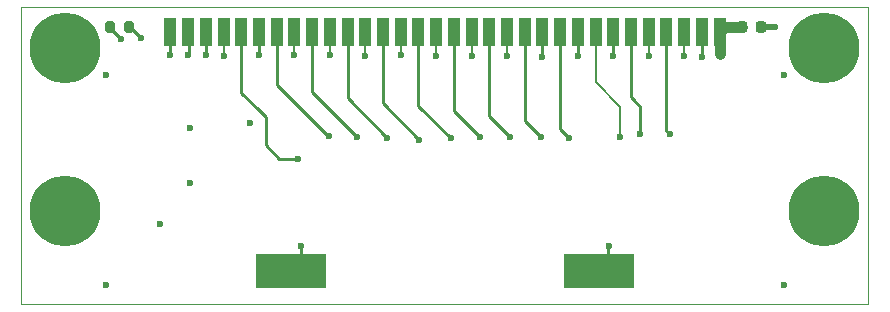
<source format=gbr>
G04 #@! TF.GenerationSoftware,KiCad,Pcbnew,8.0.4*
G04 #@! TF.CreationDate,2024-11-02T15:19:06-05:00*
G04 #@! TF.ProjectId,megaduck,6d656761-6475-4636-9b2e-6b696361645f,v1.0*
G04 #@! TF.SameCoordinates,Original*
G04 #@! TF.FileFunction,Copper,L1,Top*
G04 #@! TF.FilePolarity,Positive*
%FSLAX46Y46*%
G04 Gerber Fmt 4.6, Leading zero omitted, Abs format (unit mm)*
G04 Created by KiCad (PCBNEW 8.0.4) date 2024-11-02 15:19:06*
%MOMM*%
%LPD*%
G01*
G04 APERTURE LIST*
G04 Aperture macros list*
%AMRoundRect*
0 Rectangle with rounded corners*
0 $1 Rounding radius*
0 $2 $3 $4 $5 $6 $7 $8 $9 X,Y pos of 4 corners*
0 Add a 4 corners polygon primitive as box body*
4,1,4,$2,$3,$4,$5,$6,$7,$8,$9,$2,$3,0*
0 Add four circle primitives for the rounded corners*
1,1,$1+$1,$2,$3*
1,1,$1+$1,$4,$5*
1,1,$1+$1,$6,$7*
1,1,$1+$1,$8,$9*
0 Add four rect primitives between the rounded corners*
20,1,$1+$1,$2,$3,$4,$5,0*
20,1,$1+$1,$4,$5,$6,$7,0*
20,1,$1+$1,$6,$7,$8,$9,0*
20,1,$1+$1,$8,$9,$2,$3,0*%
G04 Aperture macros list end*
G04 #@! TA.AperFunction,ComponentPad*
%ADD10C,0.800000*%
G04 #@! TD*
G04 #@! TA.AperFunction,ComponentPad*
%ADD11C,6.000000*%
G04 #@! TD*
G04 #@! TA.AperFunction,SMDPad,CuDef*
%ADD12RoundRect,0.200000X-0.200000X-0.275000X0.200000X-0.275000X0.200000X0.275000X-0.200000X0.275000X0*%
G04 #@! TD*
G04 #@! TA.AperFunction,SMDPad,CuDef*
%ADD13RoundRect,0.225000X-0.225000X-0.250000X0.225000X-0.250000X0.225000X0.250000X-0.225000X0.250000X0*%
G04 #@! TD*
G04 #@! TA.AperFunction,SMDPad,CuDef*
%ADD14R,1.000000X2.400000*%
G04 #@! TD*
G04 #@! TA.AperFunction,SMDPad,CuDef*
%ADD15R,6.000000X3.000000*%
G04 #@! TD*
G04 #@! TA.AperFunction,ViaPad*
%ADD16C,0.600000*%
G04 #@! TD*
G04 #@! TA.AperFunction,Conductor*
%ADD17C,0.254000*%
G04 #@! TD*
G04 #@! TA.AperFunction,Conductor*
%ADD18C,0.889000*%
G04 #@! TD*
G04 #@! TA.AperFunction,Conductor*
%ADD19C,0.200000*%
G04 #@! TD*
G04 #@! TA.AperFunction,Conductor*
%ADD20C,0.508000*%
G04 #@! TD*
G04 #@! TA.AperFunction,Profile*
%ADD21C,0.050000*%
G04 #@! TD*
G04 APERTURE END LIST*
D10*
G04 #@! TO.P,H5,1,1*
G04 #@! TO.N,GND*
X177901600Y-24910000D03*
X178560610Y-23319010D03*
X178560610Y-26500990D03*
X180151600Y-22660000D03*
D11*
X180151600Y-24910000D03*
D10*
X180151600Y-27160000D03*
X181742590Y-23319010D03*
X181742590Y-26500990D03*
X182401600Y-24910000D03*
G04 #@! TD*
D12*
G04 #@! TO.P,R1,1*
G04 #@! TO.N,/VCC*
X119695200Y-23121400D03*
G04 #@! TO.P,R1,2*
G04 #@! TO.N,/~{RES}*
X121345200Y-23121400D03*
G04 #@! TD*
D13*
G04 #@! TO.P,C1,1*
G04 #@! TO.N,/VCC*
X173275200Y-23121400D03*
G04 #@! TO.P,C1,2*
G04 #@! TO.N,GND*
X174825200Y-23121400D03*
G04 #@! TD*
D10*
G04 #@! TO.P,H1,1,1*
G04 #@! TO.N,GND*
X113710000Y-24910000D03*
X114369010Y-23319010D03*
X114369010Y-26500990D03*
X115960000Y-22660000D03*
D11*
X115960000Y-24910000D03*
D10*
X115960000Y-27160000D03*
X117550990Y-23319010D03*
X117550990Y-26500990D03*
X118210000Y-24910000D03*
G04 #@! TD*
D14*
G04 #@! TO.P,J3,1,VCC*
G04 #@! TO.N,/VCC*
X171350400Y-23604000D03*
G04 #@! TO.P,J3,2,PHI*
G04 #@! TO.N,/PHI*
X169850400Y-23604000D03*
G04 #@! TO.P,J3,3,~{WR}*
G04 #@! TO.N,/~{WR}*
X168350400Y-23604000D03*
G04 #@! TO.P,J3,4,~{RD}*
G04 #@! TO.N,/~{RD}*
X166850400Y-23604000D03*
G04 #@! TO.P,J3,5,~{CS}*
G04 #@! TO.N,/~{CS}*
X165350400Y-23604000D03*
G04 #@! TO.P,J3,6,A0*
G04 #@! TO.N,/A0*
X163850400Y-23604000D03*
G04 #@! TO.P,J3,7,A1*
G04 #@! TO.N,/A1*
X162350400Y-23604000D03*
G04 #@! TO.P,J3,8,A2*
G04 #@! TO.N,/A2*
X160850400Y-23604000D03*
G04 #@! TO.P,J3,9,A3*
G04 #@! TO.N,/A3*
X159350400Y-23604000D03*
G04 #@! TO.P,J3,10,A4*
G04 #@! TO.N,/A4*
X157850400Y-23604000D03*
G04 #@! TO.P,J3,11,A5*
G04 #@! TO.N,/A5*
X156350400Y-23604000D03*
G04 #@! TO.P,J3,12,A6*
G04 #@! TO.N,/A6*
X154850400Y-23604000D03*
G04 #@! TO.P,J3,13,A7*
G04 #@! TO.N,/A7*
X153350400Y-23604000D03*
G04 #@! TO.P,J3,14,A8*
G04 #@! TO.N,/A8*
X151850400Y-23604000D03*
G04 #@! TO.P,J3,15,A9*
G04 #@! TO.N,/A9*
X150350400Y-23604000D03*
G04 #@! TO.P,J3,16,A10*
G04 #@! TO.N,/A10*
X148850400Y-23604000D03*
G04 #@! TO.P,J3,17,A11*
G04 #@! TO.N,/A11*
X147350400Y-23604000D03*
G04 #@! TO.P,J3,18,A12*
G04 #@! TO.N,/A12*
X145850400Y-23604000D03*
G04 #@! TO.P,J3,19,A13*
G04 #@! TO.N,/A13*
X144350400Y-23604000D03*
G04 #@! TO.P,J3,20,A14*
G04 #@! TO.N,/A14*
X142850400Y-23604000D03*
G04 #@! TO.P,J3,21,A15*
G04 #@! TO.N,/A15*
X141350400Y-23604000D03*
G04 #@! TO.P,J3,22,D0*
G04 #@! TO.N,/D0*
X139850400Y-23604000D03*
G04 #@! TO.P,J3,23,D1*
G04 #@! TO.N,/D1*
X138350400Y-23604000D03*
G04 #@! TO.P,J3,24,D2*
G04 #@! TO.N,/D2*
X136850400Y-23604000D03*
G04 #@! TO.P,J3,25,D3*
G04 #@! TO.N,/D3*
X135350400Y-23604000D03*
G04 #@! TO.P,J3,26,D4*
G04 #@! TO.N,/D4*
X133850400Y-23604000D03*
G04 #@! TO.P,J3,27,D5*
G04 #@! TO.N,/D5*
X132350400Y-23604000D03*
G04 #@! TO.P,J3,28,D6*
G04 #@! TO.N,/D6*
X130850400Y-23604000D03*
G04 #@! TO.P,J3,29,D7*
G04 #@! TO.N,/D7*
X129350400Y-23604000D03*
G04 #@! TO.P,J3,30,~{RES}*
G04 #@! TO.N,/~{RES}*
X127850400Y-23604000D03*
G04 #@! TO.P,J3,31,VIN*
G04 #@! TO.N,Net-(J3-VIN)*
X126350400Y-23604000D03*
G04 #@! TO.P,J3,32,GND*
G04 #@! TO.N,GND*
X124850400Y-23604000D03*
D15*
G04 #@! TO.P,J3,MP*
X161100400Y-43804000D03*
X135100400Y-43804000D03*
G04 #@! TD*
D10*
G04 #@! TO.P,H2,1,1*
G04 #@! TO.N,GND*
X113710000Y-38690000D03*
X114369010Y-37099010D03*
X114369010Y-40280990D03*
X115960000Y-36440000D03*
D11*
X115960000Y-38690000D03*
D10*
X115960000Y-40940000D03*
X117550990Y-37099010D03*
X117550990Y-40280990D03*
X118210000Y-38690000D03*
G04 #@! TD*
G04 #@! TO.P,H6,1,1*
G04 #@! TO.N,GND*
X177901600Y-38690000D03*
X178560610Y-37099010D03*
X178560610Y-40280990D03*
X180151600Y-36440000D03*
D11*
X180151600Y-38690000D03*
D10*
X180151600Y-40940000D03*
X181742590Y-37099010D03*
X181742590Y-40280990D03*
X182401600Y-38690000D03*
G04 #@! TD*
D16*
G04 #@! TO.N,/A5*
X156346400Y-25686800D03*
G04 #@! TO.N,/PHI*
X169859200Y-25686800D03*
G04 #@! TO.N,/VCC*
X120670000Y-24180000D03*
G04 #@! TO.N,/~{RD}*
X167141400Y-32214600D03*
G04 #@! TO.N,/A8*
X153603200Y-32417800D03*
G04 #@! TO.N,/A4*
X158632400Y-32570200D03*
G04 #@! TO.N,/A12*
X148574000Y-32519400D03*
G04 #@! TO.N,/VIN+*
X123961400Y-39809200D03*
G04 #@! TO.N,/A7*
X153374600Y-25585200D03*
G04 #@! TO.N,/A2*
X162950400Y-32417800D03*
G04 #@! TO.N,Net-(J3-VIN)*
X126374400Y-25534400D03*
G04 #@! TO.N,/VCC*
X171350400Y-25432800D03*
G04 #@! TO.N,/A11*
X147354800Y-25559800D03*
G04 #@! TO.N,/VIN+*
X131606800Y-31274800D03*
G04 #@! TO.N,/A6*
X156194000Y-32443200D03*
G04 #@! TO.N,/A15*
X141360400Y-25559800D03*
G04 #@! TO.N,GND*
X119389400Y-27185400D03*
X135924800Y-41663400D03*
G04 #@! TO.N,/D0*
X143214600Y-32544800D03*
G04 #@! TO.N,/A9*
X150352000Y-25585200D03*
G04 #@! TO.N,/D1*
X138363200Y-25534400D03*
G04 #@! TO.N,/~{WR}*
X168360600Y-25610600D03*
G04 #@! TO.N,GND*
X176793400Y-44965400D03*
G04 #@! TO.N,/A10*
X151088600Y-32494000D03*
G04 #@! TO.N,/D4*
X138236200Y-32392400D03*
G04 #@! TO.N,/D5*
X132350400Y-25534400D03*
G04 #@! TO.N,GND*
X176069800Y-23121400D03*
G04 #@! TO.N,/~{RES}*
X127847600Y-25534400D03*
G04 #@! TO.N,/D7*
X129346200Y-25559800D03*
G04 #@! TO.N,/D6*
X135645400Y-34297400D03*
G04 #@! TO.N,GND*
X126530000Y-31660000D03*
G04 #@! TO.N,/~{CS}*
X165338000Y-25610600D03*
G04 #@! TO.N,GND*
X119389400Y-44965400D03*
X126526800Y-36380200D03*
G04 #@! TO.N,/A1*
X162340800Y-25610600D03*
G04 #@! TO.N,GND*
X176793400Y-27185400D03*
G04 #@! TO.N,/A3*
X159343600Y-25636000D03*
G04 #@! TO.N,GND*
X161959800Y-41663400D03*
G04 #@! TO.N,/A0*
X164626800Y-32214600D03*
G04 #@! TO.N,/D2*
X140674600Y-32468600D03*
G04 #@! TO.N,/D3*
X135340600Y-25534400D03*
G04 #@! TO.N,GND*
X124843000Y-25534400D03*
G04 #@! TO.N,/~{RES}*
X122380000Y-24070000D03*
G04 #@! TO.N,/A13*
X144357600Y-25509000D03*
G04 #@! TO.N,/A14*
X145932400Y-32671800D03*
G04 #@! TD*
D17*
G04 #@! TO.N,/VCC*
X119695200Y-23121400D02*
X119695200Y-23205200D01*
D18*
X171833000Y-23121400D02*
X171350400Y-23604000D01*
D17*
G04 #@! TO.N,Net-(J3-VIN)*
X126383200Y-25525600D02*
X126374400Y-25534400D01*
D18*
G04 #@! TO.N,/VCC*
X173275200Y-23121400D02*
X171833000Y-23121400D01*
X171350400Y-23604000D02*
X171350400Y-25432800D01*
D19*
G04 #@! TO.N,/~{WR}*
X168350400Y-23604000D02*
X168350400Y-25600400D01*
D17*
G04 #@! TO.N,/A0*
X164093400Y-29344400D02*
X164626800Y-29877800D01*
X163850400Y-29101400D02*
X164093400Y-29344400D01*
G04 #@! TO.N,/PHI*
X169859200Y-25686800D02*
X169850400Y-25576400D01*
D19*
G04 #@! TO.N,/~{CS}*
X165350400Y-23604000D02*
X165350400Y-25598200D01*
D17*
G04 #@! TO.N,/A1*
X162350400Y-25544000D02*
X162350400Y-23604000D01*
X162350400Y-25544000D02*
X162340800Y-25553600D01*
G04 #@! TO.N,/A4*
X157850400Y-23604000D02*
X157850400Y-31788200D01*
G04 #@! TO.N,/A3*
X159350400Y-25476800D02*
X159350400Y-23604000D01*
D19*
G04 #@! TO.N,/A2*
X160850400Y-27777800D02*
X160850400Y-23604000D01*
D17*
G04 #@! TO.N,/A3*
X159343600Y-25686800D02*
X159343600Y-25636000D01*
G04 #@! TO.N,Net-(J3-VIN)*
X126383200Y-23654800D02*
X126383200Y-25525600D01*
G04 #@! TO.N,/A3*
X159343600Y-25483600D02*
X159350400Y-25476800D01*
G04 #@! TO.N,/VCC*
X119694200Y-23122400D02*
X119695200Y-23121400D01*
G04 #@! TO.N,/A5*
X156350400Y-25784400D02*
X156346400Y-25780400D01*
G04 #@! TO.N,/A4*
X157850400Y-31788200D02*
X158632400Y-32570200D01*
G04 #@! TO.N,/A5*
X156350400Y-25784400D02*
X156350400Y-23604000D01*
G04 #@! TO.N,/A1*
X162340800Y-25553600D02*
X162340800Y-25610600D01*
D19*
G04 #@! TO.N,/A7*
X153350400Y-25561000D02*
X153374600Y-25585200D01*
D17*
G04 #@! TO.N,/~{RD}*
X166850400Y-23604000D02*
X166850400Y-31923600D01*
D19*
G04 #@! TO.N,/A9*
X150350400Y-25583600D02*
X150352000Y-25585200D01*
D17*
G04 #@! TO.N,/A8*
X151850400Y-23604000D02*
X151850400Y-30665000D01*
D19*
G04 #@! TO.N,/A11*
X147350400Y-25555400D02*
X147354800Y-25559800D01*
G04 #@! TO.N,/~{CS}*
X165350400Y-25598200D02*
X165338000Y-25610600D01*
D17*
G04 #@! TO.N,/A12*
X145850400Y-23604000D02*
X145850400Y-29795800D01*
X145850400Y-29795800D02*
X148574000Y-32519400D01*
G04 #@! TO.N,/A8*
X151850400Y-30665000D02*
X153603200Y-32417800D01*
D19*
G04 #@! TO.N,/~{WR}*
X168350400Y-25600400D02*
X168360600Y-25610600D01*
D17*
G04 #@! TO.N,/A6*
X154850400Y-23604000D02*
X154850400Y-31099600D01*
X154850400Y-31099600D02*
X156194000Y-32443200D01*
G04 #@! TO.N,/~{RD}*
X166850400Y-31923600D02*
X167141400Y-32214600D01*
G04 #@! TO.N,/A0*
X164626800Y-29877800D02*
X164626800Y-32214600D01*
D19*
G04 #@! TO.N,/A7*
X153350400Y-23604000D02*
X153350400Y-25561000D01*
D17*
G04 #@! TO.N,/A10*
X148850400Y-23604000D02*
X148850400Y-30255800D01*
D19*
G04 #@! TO.N,/A2*
X162950400Y-32417800D02*
X162950400Y-29877800D01*
G04 #@! TO.N,/A11*
X147350400Y-23604000D02*
X147350400Y-25555400D01*
D17*
G04 #@! TO.N,/A10*
X148850400Y-30255800D02*
X151088600Y-32494000D01*
D19*
G04 #@! TO.N,/A13*
X144350400Y-23604000D02*
X144350400Y-25501800D01*
D17*
G04 #@! TO.N,/A14*
X142850400Y-23604000D02*
X142850400Y-29589800D01*
D19*
G04 #@! TO.N,/D1*
X138350400Y-25521600D02*
X138363200Y-25534400D01*
D17*
G04 #@! TO.N,/D0*
X139850400Y-23604000D02*
X139850400Y-29180600D01*
D19*
G04 #@! TO.N,/D3*
X135350400Y-23604000D02*
X135350400Y-25524600D01*
G04 #@! TO.N,/A15*
X141350400Y-23604000D02*
X141350400Y-25549800D01*
D17*
G04 #@! TO.N,/D0*
X139836400Y-23618000D02*
X139850400Y-23604000D01*
G04 #@! TO.N,/D2*
X136850400Y-28644400D02*
X140674600Y-32468600D01*
D19*
G04 #@! TO.N,/A13*
X144350400Y-25501800D02*
X144357600Y-25509000D01*
D17*
G04 #@! TO.N,/D2*
X136850400Y-23604000D02*
X136850400Y-28644400D01*
G04 #@! TO.N,/A0*
X163850400Y-23604000D02*
X163850400Y-29101400D01*
G04 #@! TO.N,/D4*
X138210800Y-32392400D02*
X138236200Y-32392400D01*
X133850400Y-23604000D02*
X133850400Y-28032000D01*
D19*
G04 #@! TO.N,/A9*
X150350400Y-23604000D02*
X150350400Y-25583600D01*
D17*
G04 #@! TO.N,/D4*
X136763000Y-30944600D02*
X138210800Y-32392400D01*
X133850400Y-28032000D02*
X136763000Y-30944600D01*
G04 #@! TO.N,/D6*
X134070600Y-34297400D02*
X135645400Y-34297400D01*
G04 #@! TO.N,GND*
X161920600Y-41702600D02*
X161959800Y-41663400D01*
D19*
G04 #@! TO.N,/D7*
X129350400Y-23604000D02*
X129350400Y-25555600D01*
D17*
G04 #@! TO.N,/D6*
X132241800Y-30106400D02*
X132902200Y-30766800D01*
G04 #@! TO.N,/A3*
X159343600Y-25686800D02*
X159343600Y-25483600D01*
G04 #@! TO.N,GND*
X161920600Y-43854800D02*
X161920600Y-41702600D01*
X124850400Y-23654800D02*
X124850400Y-25527000D01*
G04 #@! TO.N,/D6*
X132902200Y-30766800D02*
X132902200Y-33129000D01*
G04 #@! TO.N,/~{RES}*
X121345200Y-23121400D02*
X121431400Y-23121400D01*
D19*
G04 #@! TO.N,/D7*
X129350400Y-25555600D02*
X129346200Y-25559800D01*
D17*
G04 #@! TO.N,/~{RES}*
X127850400Y-25531600D02*
X127847600Y-25534400D01*
G04 #@! TO.N,/VCC*
X119695200Y-23205200D02*
X120670000Y-24180000D01*
G04 #@! TO.N,/~{RES}*
X127850400Y-23604000D02*
X127850400Y-25531600D01*
G04 #@! TO.N,/D6*
X130850400Y-23604000D02*
X130850400Y-28715000D01*
D20*
G04 #@! TO.N,GND*
X174825200Y-23121400D02*
X176069800Y-23121400D01*
D17*
G04 #@! TO.N,/D6*
X132902200Y-33129000D02*
X134070600Y-34297400D01*
G04 #@! TO.N,/~{RES}*
X121431400Y-23121400D02*
X122380000Y-24070000D01*
D19*
G04 #@! TO.N,/A15*
X141350400Y-25549800D02*
X141360400Y-25559800D01*
G04 #@! TO.N,/A2*
X162950400Y-29877800D02*
X160850400Y-27777800D01*
D17*
G04 #@! TO.N,/A14*
X142850400Y-29589800D02*
X145932400Y-32671800D01*
D19*
G04 #@! TO.N,/D3*
X135350400Y-25524600D02*
X135340600Y-25534400D01*
D17*
G04 #@! TO.N,GND*
X124850400Y-25527000D02*
X124843000Y-25534400D01*
G04 #@! TO.N,/A5*
X156346400Y-25780400D02*
X156346400Y-25686800D01*
G04 #@! TO.N,/D0*
X139850400Y-29180600D02*
X143214600Y-32544800D01*
D19*
G04 #@! TO.N,/D1*
X138350400Y-23604000D02*
X138350400Y-25521600D01*
D17*
G04 #@! TO.N,/D6*
X130850400Y-28715000D02*
X132241800Y-30106400D01*
G04 #@! TO.N,GND*
X135920600Y-41667600D02*
X135924800Y-41663400D01*
X135920600Y-43854800D02*
X135920600Y-41667600D01*
G04 #@! TO.N,/PHI*
X169850400Y-23604000D02*
X169859200Y-25686800D01*
G04 #@! TO.N,/D5*
X132350400Y-23604000D02*
X132350400Y-25534400D01*
G04 #@! TD*
D21*
X118398800Y-21470400D02*
X112242600Y-21470400D01*
X124444000Y-46616400D02*
X124317000Y-46616400D01*
X177834800Y-46616400D02*
X172069000Y-46616400D01*
X177834800Y-46616400D02*
X183946800Y-46616400D01*
X118398800Y-21470400D02*
X177834800Y-21470400D01*
X118398800Y-46616400D02*
X124317000Y-46616400D01*
X177834800Y-21470400D02*
X183946800Y-21470400D01*
X124444000Y-46616400D02*
X172069000Y-46616400D01*
X183946800Y-21470400D02*
X183946800Y-46616400D01*
X118398800Y-46616400D02*
X112242600Y-46616400D01*
X112242600Y-21470400D02*
X112242600Y-46616400D01*
M02*

</source>
